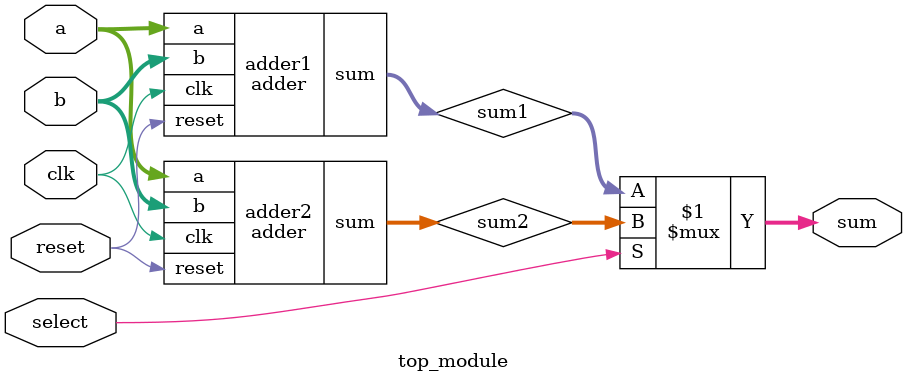
<source format=v>
module adder (
    input clk,
    input reset,
    input [7:0] a,
    input [7:0] b,
    output reg [7:0] sum
);

    always @(posedge clk) begin
        if (reset) begin
            sum <= 8'b0;
        end else begin
            sum <= a + b;
        end
    end

endmodule

module top_module (
    input clk,
    input reset,
    input [7:0] a,
    input [7:0] b,
    input select,
    output [7:0] sum
);

    wire [7:0] sum1, sum2;

    adder adder1 (
        .clk(clk),
        .reset(reset),
        .a(a),
        .b(b),
        .sum(sum1)
    );

    adder adder2 (
        .clk(clk),
        .reset(reset),
        .a(a),
        .b(b),
        .sum(sum2)
    );

    assign sum = select ? sum2 : sum1;

endmodule
</source>
